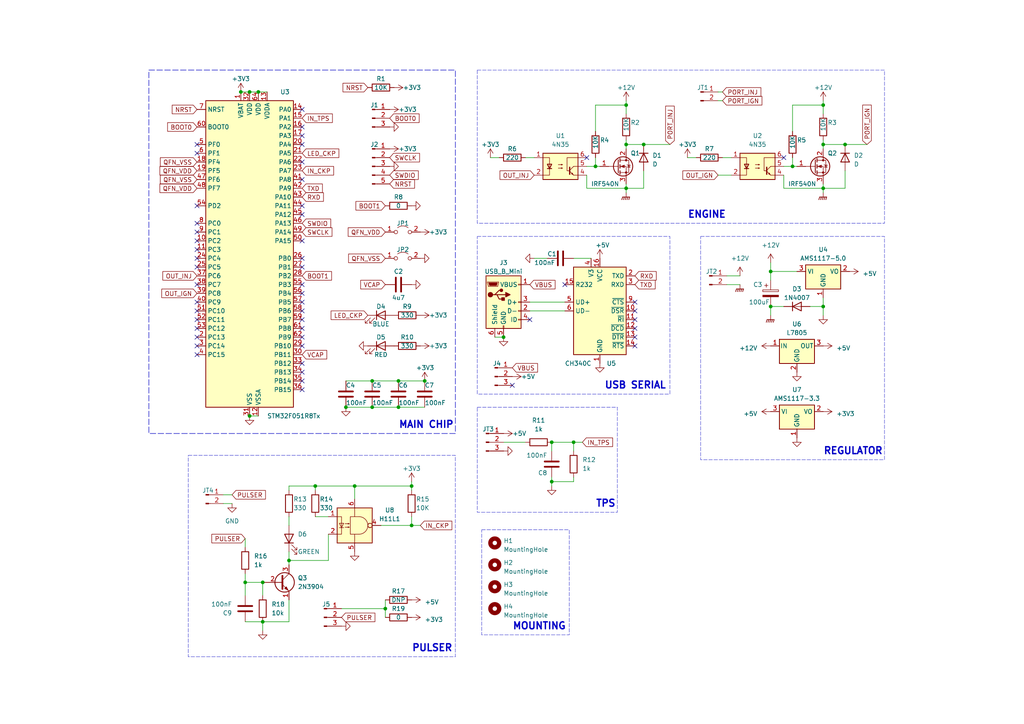
<source format=kicad_sch>
(kicad_sch (version 20230121) (generator eeschema)
  (paper "A4")
  (title_block (title "Custom Engine Control") (date "2023-09-27") (rev "v2") (company "Politeknik Negeri Madiun") (comment 1 "Author: Achmadi ST MT") (comment 2 "PIC: Deni Nur Fauzi ST MT"))
  (lib_symbols
    (symbol "Connector:Conn_01x02_Pin" (pin_names (offset 1.016) hide)
      (property "Reference" "J" (at 0 2.54 0))
      (property "Value" "Conn_01x02_Pin" (at 0 -5.08 0))
      (symbol "Conn_01x02_Pin_1_1"
        (pin passive line (at 5.08 0 180) (length 3.81) (name "Pin_1") (number "1"))
        (pin passive line (at 5.08 -2.54 180) (length 3.81) (name "Pin_2") (number "2"))
      )
    )
    (symbol "Connector:Conn_01x03_Pin" (pin_names (offset 1.016) hide)
      (property "Reference" "J" (at 0 5.08 0))
      (property "Value" "Conn_01x03_Pin" (at 0 -5.08 0))
      (symbol "Conn_01x03_Pin_1_1"
        (pin passive line (at 5.08 2.54 180) (length 3.81) (name "Pin_1") (number "1"))
        (pin passive line (at 5.08 0 180) (length 3.81) (name "Pin_2") (number "2"))
        (pin passive line (at 5.08 -2.54 180) (length 3.81) (name "Pin_3") (number "3"))
      )
    )
    (symbol "Connector:Conn_01x05_Pin" (pin_names (offset 1.016) hide)
      (property "Reference" "J" (at 0 7.62 0))
      (property "Value" "Conn_01x05_Pin" (at 0 -7.62 0))
      (symbol "Conn_01x05_Pin_1_1"
        (pin passive line (at 5.08 5.08 180) (length 3.81) (name "Pin_1") (number "1"))
        (pin passive line (at 5.08 2.54 180) (length 3.81) (name "Pin_2") (number "2"))
        (pin passive line (at 5.08 0 180) (length 3.81) (name "Pin_3") (number "3"))
        (pin passive line (at 5.08 -2.54 180) (length 3.81) (name "Pin_4") (number "4"))
        (pin passive line (at 5.08 -5.08 180) (length 3.81) (name "Pin_5") (number "5"))
      )
    )
    (symbol "Connector:USB_B_Mini" (pin_names (offset 1.016))
      (property "Reference" "J" (at -5.08 11.43 0))
      (property "Value" "USB_B_Mini" (at -5.08 8.89 0))
      (symbol "USB_B_Mini_1_1"
        (pin power_out line (at 7.62 5.08 180) (length 2.54) (name "VBUS") (number "1"))
        (pin bidirectional line (at 7.62 -2.54 180) (length 2.54) (name "D-") (number "2"))
        (pin bidirectional line (at 7.62 0 180) (length 2.54) (name "D+") (number "3"))
        (pin passive line (at 7.62 -5.08 180) (length 2.54) (name "ID") (number "4"))
        (pin power_out line (at 0 -10.16 90) (length 2.54) (name "GND") (number "5"))
        (pin passive line (at -2.54 -10.16 90) (length 2.54) (name "Shield") (number "6"))
      )
    )
    (symbol "Device:C" (pin_numbers hide) (pin_names (offset 0.254))
      (property "Reference" "C" (at 0.635 2.54 0))
      (property "Value" "C" (at 0.635 -2.54 0))
      (symbol "C_1_1"
        (pin passive line (at 0 3.81 270) (length 2.794) (name "~") (number "1"))
        (pin passive line (at 0 -3.81 90) (length 2.794) (name "~") (number "2"))
      )
    )
    (symbol "Device:C_Polarized" (pin_numbers hide) (pin_names (offset 0.254))
      (property "Reference" "C" (at 0.635 2.54 0))
      (property "Value" "C_Polarized" (at 0.635 -2.54 0))
      (symbol "C_Polarized_1_1"
        (pin passive line (at 0 3.81 270) (length 2.794) (name "~") (number "1"))
        (pin passive line (at 0 -3.81 90) (length 2.794) (name "~") (number "2"))
      )
    )
    (symbol "Device:D" (pin_numbers hide) (pin_names (offset 1.016) hide)
      (property "Reference" "D" (at 0 2.54 0))
      (property "Value" "D" (at 0 -2.54 0))
      (symbol "D_1_1"
        (pin passive line (at -3.81 0 0) (length 2.54) (name "K") (number "1"))
        (pin passive line (at 3.81 0 180) (length 2.54) (name "A") (number "2"))
      )
    )
    (symbol "Device:LED" (pin_numbers hide) (pin_names (offset 1.016) hide)
      (property "Reference" "D" (at 0 2.54 0))
      (property "Value" "LED" (at 0 -2.54 0))
      (symbol "LED_1_1"
        (pin passive line (at -3.81 0 0) (length 2.54) (name "K") (number "1"))
        (pin passive line (at 3.81 0 180) (length 2.54) (name "A") (number "2"))
      )
    )
    (symbol "Device:R" (pin_numbers hide) (pin_names (offset 0))
      (property "Reference" "R" (at 2.032 0 90))
      (property "Value" "R" (at 0 0 90))
      (symbol "R_1_1"
        (pin passive line (at 0 3.81 270) (length 1.27) (name "~") (number "1"))
        (pin passive line (at 0 -3.81 90) (length 1.27) (name "~") (number "2"))
      )
    )
    (symbol "Diode:1N4007" (pin_numbers hide) (pin_names hide)
      (property "Reference" "D" (at 0 2.54 0))
      (property "Value" "1N4007" (at 0 -2.54 0))
      (symbol "1N4007_1_1"
        (pin passive line (at -3.81 0 0) (length 2.54) (name "K") (number "1"))
        (pin passive line (at 3.81 0 180) (length 2.54) (name "A") (number "2"))
      )
    )
    (symbol "Interface_USB:CH340C"
      (property "Reference" "U" (at -5.08 13.97 0))
      (property "Value" "CH340C" (at 1.27 13.97 0))
      (symbol "CH340C_1_1"
        (pin power_in line (at 0 -15.24 90) (length 2.54) (name "GND") (number "1"))
        (pin input line (at 10.16 0 180) (length 2.54) (name "~{DSR}") (number "10"))
        (pin input line (at 10.16 -2.54 180) (length 2.54) (name "~{RI}") (number "11"))
        (pin input line (at 10.16 -5.08 180) (length 2.54) (name "~{DCD}") (number "12"))
        (pin output line (at 10.16 -7.62 180) (length 2.54) (name "~{DTR}") (number "13"))
        (pin output line (at 10.16 -10.16 180) (length 2.54) (name "~{RTS}") (number "14"))
        (pin input line (at -10.16 7.62 0) (length 2.54) (name "R232") (number "15"))
        (pin power_in line (at 0 15.24 270) (length 2.54) (name "VCC") (number "16"))
        (pin output line (at 10.16 10.16 180) (length 2.54) (name "TXD") (number "2"))
        (pin input line (at 10.16 7.62 180) (length 2.54) (name "RXD") (number "3"))
        (pin passive line (at -2.54 15.24 270) (length 2.54) (name "V3") (number "4"))
        (pin bidirectional line (at -10.16 2.54 0) (length 2.54) (name "UD+") (number "5"))
        (pin bidirectional line (at -10.16 0 0) (length 2.54) (name "UD-") (number "6"))
        (pin no_connect line (at -7.62 -7.62 0) (length 2.54) hide (name "NC") (number "7"))
        (pin no_connect line (at -7.62 -10.16 0) (length 2.54) hide (name "NC") (number "8"))
        (pin input line (at 10.16 2.54 180) (length 2.54) (name "~{CTS}") (number "9"))
      )
    )
    (symbol "Isolator:4N35" (pin_names (offset 1.016))
      (property "Reference" "U" (at -5.08 5.08 0))
      (property "Value" "4N35" (at 0 5.08 0))
      (symbol "4N35_1_1"
        (pin passive line (at -7.62 2.54 0) (length 2.54) (name "~") (number "1"))
        (pin passive line (at -7.62 -2.54 0) (length 2.54) (name "~") (number "2"))
        (pin no_connect line (at -5.08 0 0) (length 2.54) hide (name "NC") (number "3"))
        (pin passive line (at 7.62 -2.54 180) (length 2.54) (name "~") (number "4"))
        (pin passive line (at 7.62 0 180) (length 2.54) (name "~") (number "5"))
        (pin passive line (at 7.62 2.54 180) (length 2.54) (name "~") (number "6"))
      )
    )
    (symbol "Isolator:H11L1" (pin_names (offset 1.016))
      (property "Reference" "U" (at 1.27 8.89 0))
      (property "Value" "H11L1" (at 1.27 6.35 0))
      (symbol "H11L1_1_1"
        (pin passive line (at -7.62 2.54 0) (length 2.54) (name "~") (number "1"))
        (pin passive line (at -7.62 -2.54 0) (length 2.54) (name "~") (number "2"))
        (pin no_connect line (at -5.08 0 0) (length 2.54) hide (name "~") (number "3"))
        (pin output inverted (at 7.62 0 180) (length 3.81) (name "~") (number "4"))
        (pin power_in line (at 0 -7.62 90) (length 2.54) (name "~") (number "5"))
        (pin power_in line (at 0 7.62 270) (length 2.54) (name "~") (number "6"))
      )
    )
    (symbol "Jumper:Jumper_2_Open" (pin_names (offset 0) hide)
      (property "Reference" "JP" (at 0 2.794 0))
      (property "Value" "Jumper_2_Open" (at 0 -2.286 0))
      (symbol "Jumper_2_Open_1_1"
        (pin passive line (at -5.08 0 0) (length 2.54) (name "A") (number "1"))
        (pin passive line (at 5.08 0 180) (length 2.54) (name "B") (number "2"))
      )
    )
    (symbol "MCU_ST_STM32F0:STM32F051R8Tx"
      (property "Reference" "U" (at -12.7 46.99 0))
      (property "Value" "STM32F051R8Tx" (at 7.62 46.99 0))
      (symbol "STM32F051R8Tx_1_1"
        (pin power_in line (at -2.54 48.26 270) (length 2.54) (name "VBAT") (number "1"))
        (pin bidirectional line (at -15.24 5.08 0) (length 2.54) (name "PC2") (number "10"))
        (pin bidirectional line (at -15.24 2.54 0) (length 2.54) (name "PC3") (number "11"))
        (pin power_in line (at 2.54 -45.72 90) (length 2.54) (name "VSSA") (number "12"))
        (pin power_in line (at 5.08 48.26 270) (length 2.54) (name "VDDA") (number "13"))
        (pin bidirectional line (at 15.24 43.18 180) (length 2.54) (name "PA0") (number "14"))
        (pin bidirectional line (at 15.24 40.64 180) (length 2.54) (name "PA1") (number "15"))
        (pin bidirectional line (at 15.24 38.1 180) (length 2.54) (name "PA2") (number "16"))
        (pin bidirectional line (at 15.24 35.56 180) (length 2.54) (name "PA3") (number "17"))
        (pin bidirectional line (at -15.24 27.94 0) (length 2.54) (name "PF4") (number "18"))
        (pin bidirectional line (at -15.24 25.4 0) (length 2.54) (name "PF5") (number "19"))
        (pin bidirectional line (at -15.24 -22.86 0) (length 2.54) (name "PC13") (number "2"))
        (pin bidirectional line (at 15.24 33.02 180) (length 2.54) (name "PA4") (number "20"))
        (pin bidirectional line (at 15.24 30.48 180) (length 2.54) (name "PA5") (number "21"))
        (pin bidirectional line (at 15.24 27.94 180) (length 2.54) (name "PA6") (number "22"))
        (pin bidirectional line (at 15.24 25.4 180) (length 2.54) (name "PA7") (number "23"))
        (pin bidirectional line (at -15.24 0 0) (length 2.54) (name "PC4") (number "24"))
        (pin bidirectional line (at -15.24 -2.54 0) (length 2.54) (name "PC5") (number "25"))
        (pin bidirectional line (at 15.24 0 180) (length 2.54) (name "PB0") (number "26"))
        (pin bidirectional line (at 15.24 -2.54 180) (length 2.54) (name "PB1") (number "27"))
        (pin bidirectional line (at 15.24 -5.08 180) (length 2.54) (name "PB2") (number "28"))
        (pin bidirectional line (at 15.24 -25.4 180) (length 2.54) (name "PB10") (number "29"))
        (pin bidirectional line (at -15.24 -25.4 0) (length 2.54) (name "PC14") (number "3"))
        (pin bidirectional line (at 15.24 -27.94 180) (length 2.54) (name "PB11") (number "30"))
        (pin power_in line (at 0 -45.72 90) (length 2.54) (name "VSS") (number "31"))
        (pin power_in line (at 0 48.26 270) (length 2.54) (name "VDD") (number "32"))
        (pin bidirectional line (at 15.24 -30.48 180) (length 2.54) (name "PB12") (number "33"))
        (pin bidirectional line (at 15.24 -33.02 180) (length 2.54) (name "PB13") (number "34"))
        (pin bidirectional line (at 15.24 -35.56 180) (length 2.54) (name "PB14") (number "35"))
        (pin bidirectional line (at 15.24 -38.1 180) (length 2.54) (name "PB15") (number "36"))
        (pin bidirectional line (at -15.24 -5.08 0) (length 2.54) (name "PC6") (number "37"))
        (pin bidirectional line (at -15.24 -7.62 0) (length 2.54) (name "PC7") (number "38"))
        (pin bidirectional line (at -15.24 -10.16 0) (length 2.54) (name "PC8") (number "39"))
        (pin bidirectional line (at -15.24 -27.94 0) (length 2.54) (name "PC15") (number "4"))
        (pin bidirectional line (at -15.24 -12.7 0) (length 2.54) (name "PC9") (number "40"))
        (pin bidirectional line (at 15.24 22.86 180) (length 2.54) (name "PA8") (number "41"))
        (pin bidirectional line (at 15.24 20.32 180) (length 2.54) (name "PA9") (number "42"))
        (pin bidirectional line (at 15.24 17.78 180) (length 2.54) (name "PA10") (number "43"))
        (pin bidirectional line (at 15.24 15.24 180) (length 2.54) (name "PA11") (number "44"))
        (pin bidirectional line (at 15.24 12.7 180) (length 2.54) (name "PA12") (number "45"))
        (pin bidirectional line (at 15.24 10.16 180) (length 2.54) (name "PA13") (number "46"))
        (pin bidirectional line (at -15.24 22.86 0) (length 2.54) (name "PF6") (number "47"))
        (pin bidirectional line (at -15.24 20.32 0) (length 2.54) (name "PF7") (number "48"))
        (pin bidirectional line (at 15.24 7.62 180) (length 2.54) (name "PA14") (number "49"))
        (pin bidirectional line (at -15.24 33.02 0) (length 2.54) (name "PF0") (number "5"))
        (pin bidirectional line (at 15.24 5.08 180) (length 2.54) (name "PA15") (number "50"))
        (pin bidirectional line (at -15.24 -15.24 0) (length 2.54) (name "PC10") (number "51"))
        (pin bidirectional line (at -15.24 -17.78 0) (length 2.54) (name "PC11") (number "52"))
        (pin bidirectional line (at -15.24 -20.32 0) (length 2.54) (name "PC12") (number "53"))
        (pin bidirectional line (at -15.24 15.24 0) (length 2.54) (name "PD2") (number "54"))
        (pin bidirectional line (at 15.24 -7.62 180) (length 2.54) (name "PB3") (number "55"))
        (pin bidirectional line (at 15.24 -10.16 180) (length 2.54) (name "PB4") (number "56"))
        (pin bidirectional line (at 15.24 -12.7 180) (length 2.54) (name "PB5") (number "57"))
        (pin bidirectional line (at 15.24 -15.24 180) (length 2.54) (name "PB6") (number "58"))
        (pin bidirectional line (at 15.24 -17.78 180) (length 2.54) (name "PB7") (number "59"))
        (pin bidirectional line (at -15.24 30.48 0) (length 2.54) (name "PF1") (number "6"))
        (pin input line (at -15.24 38.1 0) (length 2.54) (name "BOOT0") (number "60"))
        (pin bidirectional line (at 15.24 -20.32 180) (length 2.54) (name "PB8") (number "61"))
        (pin bidirectional line (at 15.24 -22.86 180) (length 2.54) (name "PB9") (number "62"))
        (pin passive line (at 0 -45.72 90) (length 2.54) hide (name "VSS") (number "63"))
        (pin power_in line (at 2.54 48.26 270) (length 2.54) (name "VDD") (number "64"))
        (pin input line (at -15.24 43.18 0) (length 2.54) (name "NRST") (number "7"))
        (pin bidirectional line (at -15.24 10.16 0) (length 2.54) (name "PC0") (number "8"))
        (pin bidirectional line (at -15.24 7.62 0) (length 2.54) (name "PC1") (number "9"))
      )
    )
    (symbol "Mechanical:MountingHole" (pin_names (offset 1.016))
      (property "Reference" "H" (at 0 5.08 0))
      (property "Value" "MountingHole" (at 0 3.175 0))
    )
    (symbol "Regulator_Linear:AMS1117-3.3"
      (property "Reference" "U" (at -3.81 3.175 0))
      (property "Value" "AMS1117-3.3" (at 0 3.175 0))
      (symbol "AMS1117-3.3_1_1"
        (pin power_in line (at 0 -7.62 90) (length 2.54) (name "GND") (number "1"))
        (pin power_out line (at 7.62 0 180) (length 2.54) (name "VO") (number "2"))
        (pin power_in line (at -7.62 0 0) (length 2.54) (name "VI") (number "3"))
      )
    )
    (symbol "Regulator_Linear:AMS1117-5.0"
      (property "Reference" "U" (at -3.81 3.175 0))
      (property "Value" "AMS1117-5.0" (at 0 3.175 0))
      (symbol "AMS1117-5.0_1_1"
        (pin power_in line (at 0 -7.62 90) (length 2.54) (name "GND") (number "1"))
        (pin power_out line (at 7.62 0 180) (length 2.54) (name "VO") (number "2"))
        (pin power_in line (at -7.62 0 0) (length 2.54) (name "VI") (number "3"))
      )
    )
    (symbol "Regulator_Linear:L7805" (pin_names (offset 0.254))
      (property "Reference" "U" (at -3.81 3.175 0))
      (property "Value" "L7805" (at 0 3.175 0))
      (symbol "L7805_1_1"
        (pin power_in line (at -7.62 0 0) (length 2.54) (name "IN") (number "1"))
        (pin power_in line (at 0 -7.62 90) (length 2.54) (name "GND") (number "2"))
        (pin power_out line (at 7.62 0 180) (length 2.54) (name "OUT") (number "3"))
      )
    )
    (symbol "Transistor_BJT:2N3904" (pin_names (offset 0) hide)
      (property "Reference" "Q" (at 5.08 1.905 0))
      (property "Value" "2N3904" (at 5.08 0 0))
      (symbol "2N3904_1_1"
        (pin passive line (at 2.54 -5.08 90) (length 2.54) (name "E") (number "1"))
        (pin passive line (at -5.08 0 0) (length 5.715) (name "B") (number "2"))
        (pin passive line (at 2.54 5.08 270) (length 2.54) (name "C") (number "3"))
      )
    )
    (symbol "Transistor_FET:IRF540N" (pin_names hide)
      (property "Reference" "Q" (at 6.35 1.905 0))
      (property "Value" "IRF540N" (at 6.35 0 0))
      (symbol "IRF540N_1_1"
        (pin input line (at -5.08 0 0) (length 2.54) (name "G") (number "1"))
        (pin passive line (at 2.54 5.08 270) (length 2.54) (name "D") (number "2"))
        (pin passive line (at 2.54 -5.08 90) (length 2.54) (name "S") (number "3"))
      )
    )
    (symbol "power:+12V" (power) (pin_names (offset 0))
      (property "Value" "+12V" (at 0 3.556 0))
      (symbol "+12V_1_1"
        (pin power_in line (at 0 0 90) (length 0) hide (name "+12V") (number "1"))
      )
    )
    (symbol "power:+3V3" (power) (pin_names (offset 0))
      (property "Value" "+3V3" (at 0 3.556 0))
      (symbol "+3V3_1_1"
        (pin power_in line (at 0 0 90) (length 0) hide (name "+3V3") (number "1"))
      )
    )
    (symbol "power:+5V" (power) (pin_names (offset 0))
      (property "Value" "+5V" (at 0 3.556 0))
      (symbol "+5V_1_1"
        (pin power_in line (at 0 0 90) (length 0) hide (name "+5V") (number "1"))
      )
    )
    (symbol "power:GND" (power) (pin_names (offset 0))
      (property "Value" "GND" (at 0 -3.81 0))
      (symbol "GND_1_1"
        (pin power_in line (at 0 0 270) (length 0) hide (name "GND") (number "1"))
      )
    )
    (symbol "power:GNDPWR" (power) (pin_names (offset 0))
      (property "Value" "GNDPWR" (at 0 -3.302 0))
      (symbol "GNDPWR_1_1"
        (pin power_in line (at 0 0 270) (length 0) hide (name "GNDPWR") (number "1"))
      )
    )
  )
  (junction (at 229.87 48.26))
  (junction (at 146.05 97.79))
  (junction (at 100.33 118.11))
  (junction (at 223.52 78.74))
  (junction (at 181.61 41.91))
  (junction (at 172.72 48.26))
  (junction (at 119.38 152.4))
  (junction (at 91.44 140.97))
  (junction (at 245.11 41.91))
  (junction (at 71.12 168.91))
  (junction (at 160.02 128.27))
  (junction (at 181.61 30.48))
  (junction (at 111.76 176.53))
  (junction (at 160.02 139.7))
  (junction (at 76.2 168.91))
  (junction (at 186.69 41.91))
  (junction (at 107.95 110.49))
  (junction (at 123.19 110.49))
  (junction (at 72.39 26.67))
  (junction (at 107.95 118.11))
  (junction (at 76.2 180.34))
  (junction (at 102.87 140.97))
  (junction (at 238.76 88.9))
  (junction (at 238.76 54.61))
  (junction (at 238.76 30.48))
  (junction (at 115.57 110.49))
  (junction (at 166.37 128.27))
  (junction (at 83.82 162.56))
  (junction (at 238.76 41.91))
  (junction (at 115.57 118.11))
  (junction (at 72.39 120.65))
  (junction (at 223.52 88.9))
  (junction (at 181.61 54.61))
  (junction (at 119.38 140.97))
  (junction (at 69.85 26.67))
  (junction (at 74.93 26.67))
  (no_connect (at 87.63 46.99))
  (no_connect (at 87.63 52.07))
  (no_connect (at 57.15 44.45))
  (no_connect (at 57.15 72.39))
  (no_connect (at 57.15 90.17))
  (no_connect (at 87.63 74.93))
  (no_connect (at 148.59 111.76))
  (no_connect (at 87.63 39.37))
  (no_connect (at 153.67 92.71))
  (no_connect (at 87.63 100.33))
  (no_connect (at 57.15 102.87))
  (no_connect (at 87.63 95.25))
  (no_connect (at 184.15 97.79))
  (no_connect (at 57.15 67.31))
  (no_connect (at 87.63 31.75))
  (no_connect (at 57.15 41.91))
  (no_connect (at 87.63 113.03))
  (no_connect (at 57.15 59.69))
  (no_connect (at 184.15 95.25))
  (no_connect (at 57.15 100.33))
  (no_connect (at 184.15 100.33))
  (no_connect (at 87.63 82.55))
  (no_connect (at 57.15 64.77))
  (no_connect (at 184.15 90.17))
  (no_connect (at 87.63 69.85))
  (no_connect (at 87.63 92.71))
  (no_connect (at 57.15 95.25))
  (no_connect (at 163.83 82.55))
  (no_connect (at 87.63 59.69))
  (no_connect (at 184.15 92.71))
  (no_connect (at 87.63 97.79))
  (no_connect (at 87.63 85.09))
  (no_connect (at 57.15 97.79))
  (no_connect (at 227.33 45.72))
  (no_connect (at 87.63 62.23))
  (no_connect (at 87.63 105.41))
  (no_connect (at 87.63 77.47))
  (no_connect (at 87.63 90.17))
  (no_connect (at 184.15 87.63))
  (no_connect (at 87.63 87.63))
  (no_connect (at 87.63 107.95))
  (no_connect (at 170.18 45.72))
  (no_connect (at 87.63 36.83))
  (no_connect (at 57.15 87.63))
  (no_connect (at 57.15 69.85))
  (no_connect (at 57.15 77.47))
  (no_connect (at 57.15 82.55))
  (no_connect (at 57.15 92.71))
  (no_connect (at 57.15 74.93))
  (no_connect (at 87.63 110.49))
  (no_connect (at 87.63 41.91))
  (wire (pts (xy 223.52 76.2) (xy 223.52 78.74)))
  (wire (pts (xy 170.18 48.26) (xy 172.72 48.26)))
  (wire (pts (xy 181.61 40.64) (xy 181.61 41.91)))
  (wire (pts (xy 229.87 30.48) (xy 238.76 30.48)))
  (wire (pts (xy 119.38 139.7) (xy 119.38 140.97)))
  (wire (pts (xy 119.38 140.97) (xy 119.38 142.24)))
  (wire (pts (xy 83.82 160.02) (xy 83.82 162.56)))
  (wire (pts (xy 181.61 55.88) (xy 181.61 54.61)))
  (wire (pts (xy 100.33 118.11) (xy 107.95 118.11)))
  (wire (pts (xy 102.87 140.97) (xy 119.38 140.97)))
  (wire (pts (xy 83.82 142.24) (xy 83.82 140.97)))
  (wire (pts (xy 208.28 29.21) (xy 209.55 29.21)))
  (wire (pts (xy 71.12 172.72) (xy 71.12 168.91)))
  (wire (pts (xy 166.37 74.93) (xy 171.45 74.93)))
  (wire (pts (xy 227.33 48.26) (xy 229.87 48.26)))
  (wire (pts (xy 74.93 26.67) (xy 77.47 26.67)))
  (wire (pts (xy 111.76 173.99) (xy 111.76 176.53)))
  (wire (pts (xy 142.24 45.72) (xy 144.78 45.72)))
  (wire (pts (xy 238.76 41.91) (xy 245.11 41.91)))
  (wire (pts (xy 210.82 82.55) (xy 214.63 82.55)))
  (wire (pts (xy 186.69 41.91) (xy 194.31 41.91)))
  (wire (pts (xy 95.25 162.56) (xy 95.25 154.94)))
  (wire (pts (xy 181.61 29.21) (xy 181.61 30.48)))
  (wire (pts (xy 238.76 41.91) (xy 238.76 43.18)))
  (wire (pts (xy 234.95 88.9) (xy 238.76 88.9)))
  (wire (pts (xy 231.14 78.74) (xy 223.52 78.74)))
  (wire (pts (xy 238.76 53.34) (xy 238.76 54.61)))
  (wire (pts (xy 119.38 149.86) (xy 119.38 152.4)))
  (wire (pts (xy 170.18 54.61) (xy 181.61 54.61)))
  (wire (pts (xy 245.11 49.53) (xy 245.11 54.61)))
  (wire (pts (xy 186.69 49.53) (xy 186.69 54.61)))
  (wire (pts (xy 119.38 152.4) (xy 121.92 152.4)))
  (wire (pts (xy 71.12 166.37) (xy 71.12 168.91)))
  (wire (pts (xy 199.39 45.72) (xy 201.93 45.72)))
  (wire (pts (xy 238.76 29.21) (xy 238.76 30.48)))
  (wire (pts (xy 83.82 173.99) (xy 83.82 180.34)))
  (wire (pts (xy 229.87 45.72) (xy 229.87 48.26)))
  (wire (pts (xy 181.61 30.48) (xy 181.61 33.02)))
  (wire (pts (xy 111.76 176.53) (xy 111.76 179.07)))
  (wire (pts (xy 102.87 144.78) (xy 102.87 140.97)))
  (wire (pts (xy 238.76 30.48) (xy 238.76 33.02)))
  (wire (pts (xy 115.57 110.49) (xy 123.19 110.49)))
  (wire (pts (xy 245.11 41.91) (xy 251.46 41.91)))
  (wire (pts (xy 223.52 88.9) (xy 227.33 88.9)))
  (wire (pts (xy 153.67 90.17) (xy 163.83 90.17)))
  (wire (pts (xy 186.69 54.61) (xy 181.61 54.61)))
  (wire (pts (xy 115.57 118.11) (xy 123.19 118.11)))
  (wire (pts (xy 160.02 139.7) (xy 160.02 140.97)))
  (wire (pts (xy 91.44 142.24) (xy 91.44 140.97)))
  (wire (pts (xy 71.12 180.34) (xy 76.2 180.34)))
  (wire (pts (xy 64.77 143.51) (xy 67.31 143.51)))
  (wire (pts (xy 209.55 45.72) (xy 212.09 45.72)))
  (wire (pts (xy 229.87 48.26) (xy 231.14 48.26)))
  (wire (pts (xy 181.61 53.34) (xy 181.61 54.61)))
  (wire (pts (xy 208.28 26.67) (xy 209.55 26.67)))
  (wire (pts (xy 71.12 156.21) (xy 71.12 158.75)))
  (wire (pts (xy 170.18 50.8) (xy 170.18 54.61)))
  (wire (pts (xy 91.44 140.97) (xy 102.87 140.97)))
  (wire (pts (xy 245.11 54.61) (xy 238.76 54.61)))
  (wire (pts (xy 227.33 54.61) (xy 238.76 54.61)))
  (wire (pts (xy 166.37 128.27) (xy 168.91 128.27)))
  (wire (pts (xy 83.82 140.97) (xy 91.44 140.97)))
  (wire (pts (xy 210.82 80.01) (xy 214.63 80.01)))
  (wire (pts (xy 172.72 45.72) (xy 172.72 48.26)))
  (wire (pts (xy 208.28 50.8) (xy 212.09 50.8)))
  (wire (pts (xy 227.33 50.8) (xy 227.33 54.61)))
  (wire (pts (xy 238.76 54.61) (xy 238.76 55.88)))
  (wire (pts (xy 107.95 110.49) (xy 115.57 110.49)))
  (wire (pts (xy 99.06 176.53) (xy 111.76 176.53)))
  (wire (pts (xy 91.44 149.86) (xy 95.25 149.86)))
  (wire (pts (xy 153.67 87.63) (xy 163.83 87.63)))
  (wire (pts (xy 76.2 168.91) (xy 76.2 172.72)))
  (wire (pts (xy 83.82 163.83) (xy 83.82 162.56)))
  (wire (pts (xy 223.52 88.9) (xy 223.52 91.44)))
  (wire (pts (xy 166.37 130.81) (xy 166.37 128.27)))
  (wire (pts (xy 64.77 146.05) (xy 67.31 146.05)))
  (wire (pts (xy 238.76 86.36) (xy 238.76 88.9)))
  (wire (pts (xy 181.61 41.91) (xy 186.69 41.91)))
  (wire (pts (xy 71.12 168.91) (xy 76.2 168.91)))
  (wire (pts (xy 229.87 38.1) (xy 229.87 30.48)))
  (wire (pts (xy 83.82 180.34) (xy 76.2 180.34)))
  (wire (pts (xy 166.37 138.43) (xy 166.37 139.7)))
  (wire (pts (xy 83.82 162.56) (xy 95.25 162.56)))
  (wire (pts (xy 143.51 97.79) (xy 146.05 97.79)))
  (wire (pts (xy 72.39 120.65) (xy 74.93 120.65)))
  (wire (pts (xy 166.37 128.27) (xy 160.02 128.27)))
  (wire (pts (xy 166.37 139.7) (xy 160.02 139.7)))
  (wire (pts (xy 107.95 118.11) (xy 115.57 118.11)))
  (wire (pts (xy 238.76 88.9) (xy 238.76 91.44)))
  (wire (pts (xy 160.02 138.43) (xy 160.02 139.7)))
  (wire (pts (xy 238.76 40.64) (xy 238.76 41.91)))
  (wire (pts (xy 160.02 128.27) (xy 160.02 130.81)))
  (wire (pts (xy 146.05 128.27) (xy 152.4 128.27)))
  (wire (pts (xy 72.39 26.67) (xy 74.93 26.67)))
  (wire (pts (xy 69.85 26.67) (xy 72.39 26.67)))
  (wire (pts (xy 172.72 38.1) (xy 172.72 30.48)))
  (wire (pts (xy 223.52 78.74) (xy 223.52 81.28)))
  (wire (pts (xy 110.49 152.4) (xy 119.38 152.4)))
  (wire (pts (xy 154.94 74.93) (xy 158.75 74.93)))
  (wire (pts (xy 100.33 110.49) (xy 107.95 110.49)))
  (wire (pts (xy 172.72 48.26) (xy 173.99 48.26)))
  (wire (pts (xy 172.72 30.48) (xy 181.61 30.48)))
  (wire (pts (xy 152.4 45.72) (xy 154.94 45.72)))
  (wire (pts (xy 76.2 180.34) (xy 76.2 182.88)))
  (wire (pts (xy 181.61 41.91) (xy 181.61 43.18)))
  (wire (pts (xy 83.82 149.86) (xy 83.82 152.4)))
  (rectangle (start 54.61 132.08) (end 132.08 190.5) (stroke (width 0.1) (type dash)))
  (rectangle (start 203.2 68.58) (end 256.54 133.35) (stroke (width 0.1) (type dash)))
  (rectangle (start 139.7 153.67) (end 165.1 184.15) (stroke (width 0.1) (type dash)))
  (rectangle (start 138.43 68.58) (end 194.31 114.3) (stroke (width 0.1) (type dash)))
  (rectangle (start 138.43 118.11) (end 179.07 148.59) (stroke (width 0.1) (type dash)))
  (rectangle (start 138.43 20.32) (end 256.54 64.77) (stroke (width 0.1) (type dash)))
  (rectangle (start 43.18 20.32) (end 132.08 125.73) (stroke (width 0) (type dash)))
  (text "REGULATOR\n" (at 238.76 132.08 0) (effects (font (size 2 2) bold) (justify left bottom)))
  (text "ENGINE\n" (at 199.39 63.5 0) (effects (font (size 2 2) bold) (justify left bottom)))
  (text "MAIN CHIP" (at 115.57 124.46 0) (effects (font (size 2 2) (thickness 0.4) bold) (justify left bottom)))
  (text "TPS" (at 172.72 147.32 0) (effects (font (size 2 2) bold) (justify left bottom)))
  (text "PULSER\n" (at 119.38 189.23 0) (effects (font (size 2 2) bold) (justify left bottom)))
  (text "MOUNTING" (at 148.59 182.88 0) (effects (font (size 2 2) bold) (justify left bottom)))
  (text "USB SERIAL" (at 175.26 113.03 0) (effects (font (size 2 2) bold) (justify left bottom)))
  (global_label "OUT_IGN" (shape input) (at 57.15 85.09 180) (property "Intersheetrefs" "${INTERSHEET_REFS}" (effects hide)))
  (global_label "TXD" (shape input) (at 184.15 82.55 0) (property "Intersheetrefs" "${INTERSHEET_REFS}" (effects hide)))
  (global_label "LED_CKP" (shape input) (at 87.63 44.45 0) (property "Intersheetrefs" "${INTERSHEET_REFS}" (effects hide)))
  (global_label "QFN_VDD" (shape input) (at 111.76 67.31 180) (property "Intersheetrefs" "${INTERSHEET_REFS}" (effects hide)))
  (global_label "QFN_VSS" (shape input) (at 57.15 46.99 180) (property "Intersheetrefs" "${INTERSHEET_REFS}" (effects hide)))
  (global_label "QFN_VDD" (shape input) (at 57.15 49.53 180) (property "Intersheetrefs" "${INTERSHEET_REFS}" (effects hide)))
  (global_label "PULSER" (shape input) (at 71.12 156.21 180) (property "Intersheetrefs" "${INTERSHEET_REFS}" (effects hide)))
  (global_label "TXD" (shape input) (at 87.63 54.61 0) (property "Intersheetrefs" "${INTERSHEET_REFS}" (effects hide)))
  (global_label "PULSER" (shape input) (at 67.31 143.51 0) (property "Intersheetrefs" "${INTERSHEET_REFS}" (effects hide)))
  (global_label "VBUS" (shape input) (at 153.67 82.55 0) (property "Intersheetrefs" "${INTERSHEET_REFS}" (effects hide)))
  (global_label "IN_CKP" (shape input) (at 87.63 49.53 0) (property "Intersheetrefs" "${INTERSHEET_REFS}" (effects hide)))
  (global_label "BOOT1" (shape input) (at 111.76 59.69 180) (property "Intersheetrefs" "${INTERSHEET_REFS}" (effects hide)))
  (global_label "QFN_VSS" (shape input) (at 57.15 52.07 180) (property "Intersheetrefs" "${INTERSHEET_REFS}" (effects hide)))
  (global_label "LED_CKP" (shape input) (at 106.68 91.44 180) (property "Intersheetrefs" "${INTERSHEET_REFS}" (effects hide)))
  (global_label "RXD" (shape input) (at 184.15 80.01 0) (property "Intersheetrefs" "${INTERSHEET_REFS}" (effects hide)))
  (global_label "NRST" (shape input) (at 113.03 53.34 0) (property "Intersheetrefs" "${INTERSHEET_REFS}" (effects hide)))
  (global_label "BOOT1" (shape input) (at 87.63 80.01 0) (property "Intersheetrefs" "${INTERSHEET_REFS}" (effects hide)))
  (global_label "PULSER" (shape input) (at 99.06 179.07 0) (property "Intersheetrefs" "${INTERSHEET_REFS}" (effects hide)))
  (global_label "SWCLK" (shape input) (at 87.63 67.31 0) (property "Intersheetrefs" "${INTERSHEET_REFS}" (effects hide)))
  (global_label "PORT_INJ" (shape input) (at 194.31 41.91 90) (property "Intersheetrefs" "${INTERSHEET_REFS}" (effects hide)))
  (global_label "BOOT0" (shape input) (at 57.15 36.83 180) (property "Intersheetrefs" "${INTERSHEET_REFS}" (effects hide)))
  (global_label "QFN_VDD" (shape input) (at 57.15 54.61 180) (property "Intersheetrefs" "${INTERSHEET_REFS}" (effects hide)))
  (global_label "SWDIO" (shape input) (at 87.63 64.77 0) (property "Intersheetrefs" "${INTERSHEET_REFS}" (effects hide)))
  (global_label "SWDIO" (shape input) (at 113.03 50.8 0) (property "Intersheetrefs" "${INTERSHEET_REFS}" (effects hide)))
  (global_label "PORT_IGN" (shape input) (at 251.46 41.91 90) (property "Intersheetrefs" "${INTERSHEET_REFS}" (effects hide)))
  (global_label "VCAP" (shape input) (at 111.76 82.55 180) (property "Intersheetrefs" "${INTERSHEET_REFS}" (effects hide)))
  (global_label "RXD" (shape input) (at 87.63 57.15 0) (property "Intersheetrefs" "${INTERSHEET_REFS}" (effects hide)))
  (global_label "PORT_IGN" (shape input) (at 209.55 29.21 0) (property "Intersheetrefs" "${INTERSHEET_REFS}" (effects hide)))
  (global_label "OUT_IGN" (shape input) (at 208.28 50.8 180) (property "Intersheetrefs" "${INTERSHEET_REFS}" (effects hide)))
  (global_label "VCAP" (shape input) (at 87.63 102.87 0) (property "Intersheetrefs" "${INTERSHEET_REFS}" (effects hide)))
  (global_label "BOOT0" (shape input) (at 113.03 34.29 0) (property "Intersheetrefs" "${INTERSHEET_REFS}" (effects hide)))
  (global_label "NRST" (shape input) (at 57.15 31.75 180) (property "Intersheetrefs" "${INTERSHEET_REFS}" (effects hide)))
  (global_label "OUT_INJ" (shape input) (at 57.15 80.01 180) (property "Intersheetrefs" "${INTERSHEET_REFS}" (effects hide)))
  (global_label "IN_CKP" (shape input) (at 121.92 152.4 0) (property "Intersheetrefs" "${INTERSHEET_REFS}" (effects hide)))
  (global_label "SWCLK" (shape input) (at 113.03 45.72 0) (property "Intersheetrefs" "${INTERSHEET_REFS}" (effects hide)))
  (global_label "VBUS" (shape input) (at 148.59 106.68 0) (property "Intersheetrefs" "${INTERSHEET_REFS}" (effects hide)))
  (global_label "PORT_INJ" (shape input) (at 209.55 26.67 0) (property "Intersheetrefs" "${INTERSHEET_REFS}" (effects hide)))
  (global_label "OUT_INJ" (shape input) (at 154.94 50.8 180) (property "Intersheetrefs" "${INTERSHEET_REFS}" (effects hide)))
  (global_label "IN_TPS" (shape input) (at 87.63 34.29 0) (property "Intersheetrefs" "${INTERSHEET_REFS}" (effects hide)))
  (global_label "IN_TPS" (shape input) (at 168.91 128.27 0) (property "Intersheetrefs" "${INTERSHEET_REFS}" (effects hide)))
  (global_label "NRST" (shape input) (at 106.68 25.4 180) (property "Intersheetrefs" "${INTERSHEET_REFS}" (effects hide)))
  (global_label "QFN_VSS" (shape input) (at 111.76 74.93 180) (property "Intersheetrefs" "${INTERSHEET_REFS}" (effects hide)))
  (symbol (lib_id "Device:D") (at 186.69 45.72 270) (unit 1)
    (property "Reference" "D1" (at 189.23 45.085 90) (effects (justify left)))
    (property "Value" "D" (at 189.23 47.625 90) (effects (justify left)))
    (property "Footprint" "Diode_THT:D_DO-15_P10.16mm_Horizontal" (effects hide))
    (property "Sim.Device" "D" (effects hide))
    (property "Sim.Pins" "1=K 2=A" (effects hide))
  )
  (symbol (lib_id "Device:R") (at 91.44 146.05 0) (unit 1)
    (property "Reference" "R14" (at 92.71 144.78 0) (effects (justify left)))
    (property "Value" "330" (at 92.71 147.32 0) (effects (justify left)))
    (property "Footprint" "Resistor_SMD:R_0805_2012Metric_Pad1.20x1.40mm_HandSolder" (effects hide))
  )
  (symbol (lib_id "power:GND") (at 113.03 48.26 90) (unit 1)
    (property "Reference" "#PWR010" (effects hide))
    (property "Value" "GND" (effects hide))
  )
  (symbol (lib_id "power:+5V") (at 246.38 78.74 270) (unit 1)
    (property "Reference" "#PWR019" (effects hide))
    (property "Value" "+5V" (at 250.19 79.375 90) (effects (justify left)))
  )
  (symbol (lib_id "power:GND") (at 238.76 91.44 0) (unit 1)
    (property "Reference" "#PWR025" (effects hide))
    (property "Value" "GND" (effects hide))
  )
  (symbol (lib_id "Device:C") (at 162.56 74.93 270) (unit 1)
    (property "Reference" "C1" (at 158.75 73.66 90) (effects (justify left)))
    (property "Value" "100nF" (at 154.94 76.2 90) (effects (justify left)))
    (property "Footprint" "Capacitor_SMD:C_0805_2012Metric_Pad1.18x1.45mm_HandSolder" (effects hide))
  )
  (symbol (lib_id "power:GND") (at 119.38 59.69 90) (unit 1)
    (property "Reference" "#PWR013" (effects hide))
    (property "Value" "GND" (effects hide))
  )
  (symbol (lib_id "Device:R") (at 76.2 176.53 0) (unit 1)
    (property "Reference" "R18" (at 78.74 175.2599 0) (effects (justify left)))
    (property "Value" "10k" (at 78.74 177.7999 0) (effects (justify left)))
    (property "Footprint" "Resistor_SMD:R_0805_2012Metric_Pad1.20x1.40mm_HandSolder" (effects hide))
  )
  (symbol (lib_id "Connector:Conn_01x03_Pin") (at 143.51 109.22 0) (unit 1)
    (property "Reference" "J4" (at 144.145 105.41 0))
    (property "Value" "Conn_01x03_Pin" (effects hide))
    (property "Footprint" "Connector_PinHeader_2.54mm:PinHeader_1x03_P2.54mm_Vertical" (effects hide))
  )
  (symbol (lib_id "power:+3V3") (at 121.92 91.44 270) (unit 1)
    (property "Reference" "#PWR023" (effects hide))
    (property "Value" "+3V3" (at 124.46 91.44 90) (effects (justify left)))
  )
  (symbol (lib_id "power:GND") (at 231.14 127 0) (unit 1)
    (property "Reference" "#PWR040" (effects hide))
    (property "Value" "GND" (effects hide))
  )
  (symbol (lib_id "Device:C") (at 115.57 82.55 90) (unit 1)
    (property "Reference" "C2" (at 115.57 78.74 90))
    (property "Value" "4u7" (at 115.57 86.36 90))
    (property "Footprint" "Capacitor_SMD:C_0805_2012Metric_Pad1.18x1.45mm_HandSolder" (effects hide))
  )
  (symbol (lib_id "Device:C") (at 123.19 114.3 0) (unit 1)
    (property "Reference" "C7" (at 123.19 111.76 0) (effects (justify left)))
    (property "Value" "100nF" (at 123.19 116.84 0) (effects (justify left)))
    (property "Footprint" "Capacitor_SMD:C_0805_2012Metric_Pad1.18x1.45mm_HandSolder" (effects hide))
  )
  (symbol (lib_id "power:GND") (at 67.31 146.05 0) (unit 1)
    (property "Reference" "#PWR044" (effects hide))
    (property "Value" "GND" (at 67.31 151.13 0))
  )
  (symbol (lib_id "Device:R") (at 71.12 162.56 0) (unit 1)
    (property "Reference" "R16" (at 73.66 161.2899 0) (effects (justify left)))
    (property "Value" "1k" (at 73.66 163.8299 0) (effects (justify left)))
    (property "Footprint" "Resistor_SMD:R_0805_2012Metric_Pad1.20x1.40mm_HandSolder" (effects hide))
  )
  (symbol (lib_id "power:GNDPWR") (at 223.52 91.44 0) (unit 1)
    (property "Reference" "#PWR024" (effects hide))
    (property "Value" "GNDPWR" (effects hide))
  )
  (symbol (lib_id "power:GND") (at 113.03 36.83 90) (unit 1)
    (property "Reference" "#PWR06" (effects hide))
    (property "Value" "GND" (effects hide))
  )
  (symbol (lib_id "power:+3V3") (at 113.03 31.75 270) (unit 1)
    (property "Reference" "#PWR05" (effects hide))
    (property "Value" "+3V3" (at 115.57 31.75 90) (effects (justify left)))
  )
  (symbol (lib_id "power:+5V") (at 146.05 125.73 270) (unit 1)
    (property "Reference" "#PWR039" (effects hide))
    (property "Value" "+5V" (at 148.59 125.73 90) (effects (justify left)))
  )
  (symbol (lib_id "Regulator_Linear:L7805") (at 231.14 100.33 0) (unit 1)
    (property "Reference" "U6" (at 231.14 93.98 0))
    (property "Value" "L7805" (at 231.14 96.52 0))
    (property "Footprint" "Package_TO_SOT_THT:TO-220-3_Vertical" (effects hide))
    (property "Datasheet" "http://www.st.com/content/ccc/resource/technical/document/datasheet/41/4f/b3/b0/12/d4/47/88/CD00000444.pdf/files/CD00000444.pdf/jcr:content/translations/en.CD00000444.pdf" (effects hide))
  )
  (symbol (lib_id "Isolator:H11L1") (at 102.87 152.4 0) (unit 1)
    (property "Reference" "U8" (at 113.03 147.955 0))
    (property "Value" "H11L1" (at 113.03 150.495 0))
    (property "Footprint" "Package_DIP:DIP-6_W7.62mm" (effects hide))
    (property "Datasheet" "https://www.onsemi.com/pub/Collateral/H11L3M-D.PDF" (effects hide))
  )
  (symbol (lib_id "Device:C") (at 100.33 114.3 0) (unit 1)
    (property "Reference" "C4" (at 100.33 111.76 0) (effects (justify left)))
    (property "Value" "100nF" (at 100.33 116.84 0) (effects (justify left)))
    (property "Footprint" "Capacitor_SMD:C_0805_2012Metric_Pad1.18x1.45mm_HandSolder" (effects hide))
  )
  (symbol (lib_id "Device:R") (at 119.38 146.05 0) (unit 1)
    (property "Reference" "R15" (at 120.65 144.78 0) (effects (justify left)))
    (property "Value" "10K" (at 120.65 147.32 0) (effects (justify left)))
    (property "Footprint" "Resistor_SMD:R_0805_2012Metric_Pad1.20x1.40mm_HandSolder" (effects hide))
  )
  (symbol (lib_id "Device:R") (at 115.57 59.69 90) (unit 1)
    (property "Reference" "R8" (at 115.57 57.15 90))
    (property "Value" "0" (at 115.57 59.69 90))
    (property "Footprint" "Resistor_SMD:R_0805_2012Metric_Pad1.20x1.40mm_HandSolder" (effects hide))
  )
  (symbol (lib_id "Jumper:Jumper_2_Open") (at 116.84 67.31 0) (unit 1)
    (property "Reference" "JP1" (at 116.84 64.77 0))
    (property "Value" "Jumper_2_Open" (effects hide))
    (property "Footprint" "Jumper:SolderJumper-2_P1.3mm_Open_RoundedPad1.0x1.5mm" (effects hide))
  )
  (symbol (lib_id "Device:D") (at 245.11 45.72 270) (unit 1)
    (property "Reference" "D2" (at 247.65 45.085 90) (effects (justify left)))
    (property "Value" "D" (at 247.65 47.625 90) (effects (justify left)))
    (property "Footprint" "Diode_THT:D_DO-15_P10.16mm_Horizontal" (effects hide))
    (property "Sim.Device" "D" (effects hide))
    (property "Sim.Pins" "1=K 2=A" (effects hide))
  )
  (symbol (lib_id "power:GND") (at 160.02 140.97 0) (unit 1)
    (property "Reference" "#PWR043" (effects hide))
    (property "Value" "GND" (effects hide))
  )
  (symbol (lib_id "Isolator:4N35") (at 219.71 48.26 0) (unit 1)
    (property "Reference" "U2" (at 219.71 39.37 0))
    (property "Value" "4N35" (at 219.71 41.91 0))
    (property "Footprint" "Package_DIP:DIP-6_W7.62mm" (effects hide))
    (property "Datasheet" "https://www.vishay.com/docs/81181/4n35.pdf" (effects hide))
  )
  (symbol (lib_id "Connector:Conn_01x02_Pin") (at 59.69 143.51 0) (unit 1)
    (property "Reference" "JT4" (at 60.325 142.24 0))
    (property "Value" "Conn_01x02_Pin" (effects hide))
    (property "Footprint" "TerminalBlock:TerminalBlock_Altech_AK300-2_P5.00mm" (effects hide))
  )
  (symbol (lib_id "power:+3V3") (at 238.76 119.38 270) (unit 1)
    (property "Reference" "#PWR037" (effects hide))
    (property "Value" "+3V3" (at 242.57 120.015 90) (effects (justify left)))
  )
  (symbol (lib_id "Mechanical:MountingHole") (at 143.51 170.18 0) (unit 1)
    (property "Reference" "H3" (at 146.05 169.545 0) (effects (justify left)))
    (property "Value" "MountingHole" (at 146.05 172.085 0) (effects (justify left)))
    (property "Footprint" "MountingHole:MountingHole_2.2mm_M2" (effects hide))
  )
  (symbol (lib_id "Device:R") (at 115.57 173.99 90) (unit 1)
    (property "Reference" "R17" (at 115.57 171.45 90))
    (property "Value" "DNP" (at 115.57 173.99 90))
    (property "Footprint" "Resistor_SMD:R_0805_2012Metric_Pad1.20x1.40mm_HandSolder" (effects hide))
  )
  (symbol (lib_id "power:+5V") (at 223.52 119.38 90) (unit 1)
    (property "Reference" "#PWR036" (effects hide))
    (property "Value" "+5V" (at 219.71 120.015 90) (effects (justify left)))
  )
  (symbol (lib_id "power:+5V") (at 119.38 173.99 270) (unit 1)
    (property "Reference" "#PWR046" (effects hide))
    (property "Value" "+5V" (at 123.19 174.625 90) (effects (justify left)))
  )
  (symbol (lib_id "Mechanical:MountingHole") (at 143.51 157.48 0) (unit 1)
    (property "Reference" "H1" (at 146.05 156.845 0) (effects (justify left)))
    (property "Value" "MountingHole" (at 146.05 159.385 0) (effects (justify left)))
    (property "Footprint" "MountingHole:MountingHole_2.2mm_M2" (effects hide))
  )
  (symbol (lib_id "Device:C") (at 107.95 114.3 0) (unit 1)
    (property "Reference" "C5" (at 107.95 111.76 0) (effects (justify left)))
    (property "Value" "100nF" (at 107.95 116.84 0) (effects (justify left)))
    (property "Footprint" "Capacitor_SMD:C_0805_2012Metric_Pad1.18x1.45mm_HandSolder" (effects hide))
  )
  (symbol (lib_id "power:GNDPWR") (at 238.76 55.88 0) (unit 1)
    (property "Reference" "#PWR012" (effects hide))
    (property "Value" "GNDPWR" (effects hide))
  )
  (symbol (lib_id "Interface_USB:CH340C") (at 173.99 90.17 0) (unit 1)
    (property "Reference" "U5" (at 175.9459 105.41 0) (effects (justify left)))
    (property "Value" "CH340C" (at 163.83 105.41 0) (effects (justify left)))
    (property "Footprint" "Package_SO:SOIC-16_3.9x9.9mm_P1.27mm" (effects hide))
    (property "Datasheet" "https://datasheet.lcsc.com/szlcsc/Jiangsu-Qin-Heng-CH340C_C84681.pdf" (effects hide))
  )
  (symbol (lib_id "MCU_ST_STM32F0:STM32F051R8Tx") (at 72.39 74.93 0) (unit 1)
    (property "Reference" "U3" (at 81.28 26.67 0) (effects (justify left)))
    (property "Value" "STM32F051R8Tx" (at 77.47 120.65 0) (effects (justify left)))
    (property "Footprint" "Package_QFP:LQFP-64_10x10mm_P0.5mm" (effects hide))
    (property "Datasheet" "https://www.st.com/resource/en/datasheet/stm32f051r8.pdf" (effects hide))
  )
  (symbol (lib_id "Device:LED") (at 83.82 156.21 90) (unit 1)
    (property "Reference" "D6" (at 86.36 154.94 90) (effects (justify right)))
    (property "Value" "GREEN" (at 86.36 160.02 90) (effects (justify right)))
    (property "Footprint" "LED_SMD:LED_0805_2012Metric_Pad1.15x1.40mm_HandSolder" (effects hide))
  )
  (symbol (lib_id "Device:R") (at 118.11 91.44 90) (unit 1)
    (property "Reference" "R9" (at 118.11 88.9 90))
    (property "Value" "330" (at 118.11 91.44 90))
    (property "Footprint" "Resistor_SMD:R_0805_2012Metric_Pad1.20x1.40mm_HandSolder" (effects hide))
  )
  (symbol (lib_id "power:+3V3") (at 119.38 139.7 0) (unit 1)
    (property "Reference" "#PWR042" (effects hide))
    (property "Value" "+3V3" (at 119.38 135.89 0))
  )
  (symbol (lib_id "power:GND") (at 173.99 105.41 0) (unit 1)
    (property "Reference" "#PWR031" (effects hide))
    (property "Value" "GND" (effects hide))
  )
  (symbol (lib_id "power:+3V3") (at 121.92 67.31 270) (unit 1)
    (property "Reference" "#PWR014" (effects hide))
    (property "Value" "+3V3" (at 124.46 67.31 90) (effects (justify left)))
  )
  (symbol (lib_id "power:+12V") (at 223.52 76.2 0) (unit 1)
    (property "Reference" "#PWR018" (effects hide))
    (property "Value" "+12V" (at 223.52 71.12 0))
  )
  (symbol (lib_id "power:+3V3") (at 142.24 45.72 0) (unit 1)
    (property "Reference" "#PWR08" (effects hide))
    (property "Value" "+3V3" (at 142.24 41.91 0))
  )
  (symbol (lib_id "power:GND") (at 100.33 118.11 0) (unit 1)
    (property "Reference" "#PWR035" (effects hide))
    (property "Value" "GND" (effects hide))
  )
  (symbol (lib_id "Connector:Conn_01x05_Pin") (at 107.95 48.26 0) (unit 1)
    (property "Reference" "J2" (at 108.585 41.91 0))
    (property "Value" "Conn_01x05_Pin" (effects hide))
    (property "Footprint" "Connector_PinHeader_2.54mm:PinHeader_1x05_P2.54mm_Vertical" (effects hide))
  )
  (symbol (lib_id "Device:R") (at 156.21 128.27 90) (unit 1)
    (property "Reference" "R11" (at 156.21 121.92 90))
    (property "Value" "1k" (at 156.21 124.46 90))
    (property "Footprint" "Resistor_SMD:R_0805_2012Metric_Pad1.20x1.40mm_HandSolder" (effects hide))
  )
  (symbol (lib_id "power:GND") (at 146.05 130.81 90) (unit 1)
    (property "Reference" "#PWR041" (effects hide))
    (property "Value" "GND" (effects hide))
  )
  (symbol (lib_id "Transistor_FET:IRF540N") (at 236.22 48.26 0) (unit 1)
    (property "Reference" "Q2" (at 240.03 44.45 0) (effects (justify left)))
    (property "Value" "IRF540N" (at 228.6 53.34 0) (effects (justify left)))
    (property "Footprint" "Package_TO_SOT_THT:TO-220-3_Vertical" (effects hide))
    (property "Datasheet" "http://www.irf.com/product-info/datasheets/data/irf540n.pdf" (effects hide))
  )
  (symbol (lib_id "Device:R") (at 205.74 45.72 90) (unit 1)
    (property "Reference" "R7" (at 205.74 43.18 90))
    (property "Value" "220" (at 205.74 45.72 90))
    (property "Footprint" "Resistor_SMD:R_0805_2012Metric_Pad1.20x1.40mm_HandSolder" (effects hide))
  )
  (symbol (lib_id "Connector:Conn_01x03_Pin") (at 107.95 34.29 0) (unit 1)
    (property "Reference" "J1" (at 108.585 30.48 0))
    (property "Value" "Conn_01x03_Pin" (effects hide))
    (property "Footprint" "Connector_PinHeader_2.54mm:PinHeader_1x03_P2.54mm_Vertical" (effects hide))
  )
  (symbol (lib_id "power:+5V") (at 173.99 74.93 0) (unit 1)
    (property "Reference" "#PWR017" (effects hide))
    (property "Value" "+5V" (at 172.72 71.12 0) (effects (justify left)))
  )
  (symbol (lib_id "Device:R") (at 83.82 146.05 0) (unit 1)
    (property "Reference" "R13" (at 85.09 144.78 0) (effects (justify left)))
    (property "Value" "330" (at 85.09 147.32 0) (effects (justify left)))
    (property "Footprint" "Resistor_SMD:R_0805_2012Metric_Pad1.20x1.40mm_HandSolder" (effects hide))
  )
  (symbol (lib_id "Device:R") (at 118.11 100.33 90) (unit 1)
    (property "Reference" "R10" (at 118.11 97.79 90))
    (property "Value" "330" (at 118.11 100.33 90))
    (property "Footprint" "Resistor_SMD:R_0805_2012Metric_Pad1.20x1.40mm_HandSolder" (effects hide))
  )
  (symbol (lib_id "Device:C") (at 71.12 176.53 180) (unit 1)
    (property "Reference" "C9" (at 67.31 177.8001 0) (effects (justify left)))
    (property "Value" "100nF" (at 67.31 175.2601 0) (effects (justify left)))
    (property "Footprint" "Capacitor_SMD:C_0805_2012Metric_Pad1.18x1.45mm_HandSolder" (effects hide))
  )
  (symbol (lib_id "Device:R") (at 229.87 41.91 0) (unit 1)
    (property "Reference" "R5" (at 231.14 40.64 0) (effects (justify left)))
    (property "Value" "10K" (at 229.87 43.18 90) (effects (justify left)))
    (property "Footprint" "Resistor_SMD:R_0805_2012Metric_Pad1.20x1.40mm_HandSolder" (effects hide))
  )
  (symbol (lib_id "Device:R") (at 115.57 179.07 90) (unit 1)
    (property "Reference" "R19" (at 115.57 176.53 90))
    (property "Value" "0" (at 115.57 179.07 90))
    (property "Footprint" "Resistor_SMD:R_0805_2012Metric_Pad1.20x1.40mm_HandSolder" (effects hide))
  )
  (symbol (lib_id "Regulator_Linear:AMS1117-3.3") (at 231.14 119.38 0) (unit 1)
    (property "Reference" "U7" (at 231.14 113.03 0))
    (property "Value" "AMS1117-3.3" (at 231.14 115.57 0))
    (property "Footprint" "Package_TO_SOT_SMD:SOT-223-3_TabPin2" (effects hide))
    (property "Datasheet" "http://www.advanced-monolithic.com/pdf/ds1117.pdf" (effects hide))
  )
  (symbol (lib_id "Device:C_Polarized") (at 223.52 85.09 0) (unit 1)
    (property "Reference" "C3" (at 218.44 82.55 0) (effects (justify left)))
    (property "Value" "100uF" (at 217.17 87.63 0) (effects (justify left)))
    (property "Footprint" "Capacitor_THT:CP_Radial_D4.0mm_P2.00mm" (effects hide))
  )
  (symbol (lib_id "power:+3V3") (at 123.19 110.49 0) (unit 1)
    (property "Reference" "#PWR034" (effects hide))
    (property "Value" "+3V3" (at 120.65 106.68 0) (effects (justify left)))
  )
  (symbol (lib_id "power:GND") (at 102.87 160.02 0) (unit 1)
    (property "Reference" "#PWR045" (effects hide))
    (property "Value" "GND" (effects hide))
  )
  (symbol (lib_id "power:GND") (at 106.68 100.33 270) (unit 1)
    (property "Reference" "#PWR027" (effects hide))
    (property "Value" "GND" (effects hide))
  )
  (symbol (lib_id "Diode:1N4007") (at 231.14 88.9 0) (unit 1)
    (property "Reference" "D3" (at 231.14 83.82 0))
    (property "Value" "1N4007" (at 231.14 86.36 0))
    (property "Footprint" "Diode_THT:D_DO-41_SOD81_P10.16mm_Horizontal" (effects hide))
    (property "Datasheet" "http://www.vishay.com/docs/88503/1n4001.pdf" (effects hide))
    (property "Sim.Device" "D" (effects hide))
    (property "Sim.Pins" "1=K 2=A" (effects hide))
  )
  (symbol (lib_id "Device:R") (at 110.49 25.4 90) (unit 1)
    (property "Reference" "R1" (at 110.49 22.86 90))
    (property "Value" "10K" (at 110.49 25.4 90))
    (property "Footprint" "Resistor_SMD:R_0805_2012Metric_Pad1.20x1.40mm_HandSolder" (effects hide))
  )
  (symbol (lib_id "power:GND") (at 121.92 74.93 90) (unit 1)
    (property "Reference" "#PWR015" (effects hide))
    (property "Value" "GND" (effects hide))
  )
  (symbol (lib_id "power:+12V") (at 214.63 80.01 0) (unit 1)
    (property "Reference" "#PWR020" (effects hide))
    (property "Value" "+12V" (at 214.63 74.93 0))
  )
  (symbol (lib_id "Device:LED") (at 110.49 100.33 0) (unit 1)
    (property "Reference" "D5" (at 110.49 97.79 0))
    (property "Value" "RED" (at 110.49 102.87 0))
    (property "Footprint" "LED_SMD:LED_0805_2012Metric_Pad1.15x1.40mm_HandSolder" (effects hide))
  )
  (symbol (lib_id "power:+12V") (at 181.61 29.21 0) (unit 1)
    (property "Reference" "#PWR03" (effects hide))
    (property "Value" "+12V" (at 181.61 25.4 0))
  )
  (symbol (lib_id "power:GND") (at 72.39 120.65 0) (unit 1)
    (property "Reference" "#PWR038" (effects hide))
    (property "Value" "GND" (effects hide))
  )
  (symbol (lib_id "Connector:USB_B_Mini") (at 146.05 87.63 0) (unit 1)
    (property "Reference" "J3" (at 146.05 76.2 0))
    (property "Value" "USB_B_Mini" (at 146.05 78.74 0))
    (property "Footprint" "Connector_USB:USB_Mini-B_Wuerth_65100516121_Horizontal" (effects hide))
  )
  (symbol (lib_id "power:GND") (at 231.14 107.95 0) (unit 1)
    (property "Reference" "#PWR032" (effects hide))
    (property "Value" "GND" (effects hide))
  )
  (symbol (lib_id "power:GND") (at 99.06 181.61 90) (unit 1)
    (property "Reference" "#PWR048" (effects hide))
    (property "Value" "GND" (effects hide))
  )
  (symbol (lib_id "Device:R") (at 166.37 134.62 180) (unit 1)
    (property "Reference" "R12" (at 168.91 133.3499 0) (effects (justify right)))
    (property "Value" "1k" (at 168.91 135.89 0) (effects (justify right)))
    (property "Footprint" "Resistor_SMD:R_0805_2012Metric_Pad1.20x1.40mm_HandSolder" (effects hide))
  )
  (symbol (lib_id "Transistor_BJT:2N3904") (at 81.28 168.91 0) (unit 1)
    (property "Reference" "Q3" (at 86.36 167.6399 0) (effects (justify left)))
    (property "Value" "2N3904" (at 86.36 170.1799 0) (effects (justify left)))
    (property "Footprint" "Package_TO_SOT_THT:TO-92_Inline" (effects hide))
    (property "Datasheet" "https://www.onsemi.com/pub/Collateral/2N3903-D.PDF" (effects hide))
  )
  (symbol (lib_id "Device:R") (at 238.76 36.83 0) (unit 1)
    (property "Reference" "R3" (at 240.03 35.56 0) (effects (justify left)))
    (property "Value" "10K" (at 238.76 38.1 90) (effects (justify left)))
    (property "Footprint" "Resistor_SMD:R_0805_2012Metric_Pad1.20x1.40mm_HandSolder" (effects hide))
  )
  (symbol (lib_id "power:+12V") (at 223.52 100.33 90) (unit 1)
    (property "Reference" "#PWR029" (effects hide))
    (property "Value" "+12V" (at 219.71 100.965 90) (effects (justify left)))
  )
  (symbol (lib_id "power:+3V3") (at 199.39 45.72 0) (unit 1)
    (property "Reference" "#PWR09" (effects hide))
    (property "Value" "+3V3" (at 199.39 41.91 0))
  )
  (symbol (lib_id "power:GND") (at 119.38 82.55 90) (unit 1)
    (property "Reference" "#PWR021" (effects hide))
    (property "Value" "GND" (effects hide))
  )
  (symbol (lib_id "power:+5V") (at 148.59 109.22 270) (unit 1)
    (property "Reference" "#PWR033" (effects hide))
    (property "Value" "+5V" (at 151.13 109.22 90) (effects (justify left)))
  )
  (symbol (lib_id "power:GNDPWR") (at 214.63 82.55 0) (unit 1)
    (property "Reference" "#PWR022" (effects hide))
    (property "Value" "GNDPWR" (effects hide))
  )
  (symbol (lib_id "Connector:Conn_01x02_Pin") (at 205.74 80.01 0) (unit 1)
    (property "Reference" "JT2" (at 206.375 78.74 0))
    (property "Value" "Conn_01x02_Pin" (effects hide))
    (property "Footprint" "TerminalBlock:TerminalBlock_Altech_AK300-2_P5.00mm" (effects hide))
  )
  (symbol (lib_id "Connector:Conn_01x03_Pin") (at 140.97 128.27 0) (unit 1)
    (property "Reference" "JT3" (at 141.605 124.46 0))
    (property "Value" "Conn_01x03_Pin" (effects hide))
    (property "Footprint" "TerminalBlock:TerminalBlock_Altech_AK300-3_P5.00mm" (effects hide))
  )
  (symbol (lib_id "Device:R") (at 181.61 36.83 0) (unit 1)
    (property "Reference" "R2" (at 182.88 35.56 0) (effects (justify left)))
    (property "Value" "10K" (at 181.61 38.1 90) (effects (justify left)))
    (property "Footprint" "Resistor_SMD:R_0805_2012Metric_Pad1.20x1.40mm_HandSolder" (effects hide))
  )
  (symbol (lib_id "Regulator_Linear:AMS1117-5.0") (at 238.76 78.74 0) (unit 1)
    (property "Reference" "U4" (at 238.76 72.39 0))
    (property "Value" "AMS1117-5.0" (at 238.76 74.93 0))
    (property "Footprint" "Package_TO_SOT_SMD:SOT-223-3_TabPin2" (effects hide))
    (property "Datasheet" "http://www.advanced-monolithic.com/pdf/ds1117.pdf" (effects hide))
  )
  (symbol (lib_id "Device:C") (at 115.57 114.3 0) (unit 1)
    (property "Reference" "C6" (at 115.57 111.76 0) (effects (justify left)))
    (property "Value" "100nF" (at 115.57 116.84 0) (effects (justify left)))
    (property "Footprint" "Capacitor_SMD:C_0805_2012Metric_Pad1.18x1.45mm_HandSolder" (effects hide))
  )
  (symbol (lib_id "Connector:Conn_01x02_Pin") (at 203.2 26.67 0) (unit 1)
    (property "Reference" "JT1" (at 203.835 25.4 0))
    (property "Value" "Conn_01x02_Pin" (effects hide))
    (property "Footprint" "TerminalBlock:TerminalBlock_Altech_AK300-2_P5.00mm" (effects hide))
  )
  (symbol (lib_id "Transistor_FET:IRF540N") (at 179.07 48.26 0) (unit 1)
    (property "Reference" "Q1" (at 182.88 44.45 0) (effects (justify left)))
    (property "Value" "IRF540N" (at 171.45 53.34 0) (effects (justify left)))
    (property "Footprint" "Package_TO_SOT_THT:TO-220-3_Vertical" (effects hide))
    (property "Datasheet" "http://www.irf.com/product-info/datasheets/data/irf540n.pdf" (effects hide))
  )
  (symbol (lib_id "power:+12V") (at 238.76 29.21 0) (unit 1)
    (property "Reference" "#PWR04" (effects hide))
    (property "Value" "+12V" (at 238.76 25.4 0))
  )
  (symbol (lib_id "power:+3V3") (at 121.92 100.33 270) (unit 1)
    (property "Reference" "#PWR028" (effects hide))
    (property "Value" "+3V3" (at 124.46 100.33 90) (effects (justify left)))
  )
  (symbol (lib_id "power:+3V3") (at 69.85 26.67 0) (unit 1)
    (property "Reference" "#PWR02" (effects hide))
    (property "Value" "+3V3" (at 69.85 22.86 0))
  )
  (symbol (lib_id "power:+3V3") (at 119.38 179.07 270) (unit 1)
    (property "Reference" "#PWR047" (effects hide))
    (property "Value" "+3V3" (at 123.19 179.705 90) (effects (justify left)))
  )
  (symbol (lib_id "Jumper:Jumper_2_Open") (at 116.84 74.93 0) (unit 1)
    (property "Reference" "JP2" (at 116.84 72.39 0))
    (property "Value" "Jumper_2_Open" (effects hide))
    (property "Footprint" "Jumper:SolderJumper-2_P1.3mm_Open_RoundedPad1.0x1.5mm" (effects hide))
  )
  (symbol (lib_id "power:GND") (at 76.2 182.88 0) (unit 1)
    (property "Reference" "#PWR049" (effects hide))
    (property "Value" "GND" (effects hide))
  )
  (symbol (lib_id "power:+3V3") (at 114.3 25.4 270) (unit 1)
    (property "Reference" "#PWR01" (effects hide))
    (property "Value" "+3V3" (at 116.84 25.4 90) (effects (justify left)))
  )
  (symbol (lib_id "power:+3V3") (at 113.03 43.18 270) (unit 1)
    (property "Reference" "#PWR07" (effects hide))
    (property "Value" "+3V3" (at 115.57 43.18 90) (effects (justify left)))
  )
  (symbol (lib_id "power:GND") (at 146.05 97.79 0) (unit 1)
    (property "Reference" "#PWR026" (effects hide))
    (property "Value" "GND" (effects hide))
  )
  (symbol (lib_id "Mechanical:MountingHole") (at 143.51 163.83 0) (unit 1)
    (property "Reference" "H2" (at 146.05 163.195 0) (effects (justify left)))
    (property "Value" "MountingHole" (at 146.05 165.735 0) (effects (justify left)))
    (property "Footprint" "MountingHole:MountingHole_2.2mm_M2" (effects hide))
  )
  (symbol (lib_id "Device:C") (at 160.02 134.62 180) (unit 1)
    (property "Reference" "C8" (at 158.75 137.16 0) (effects (justify left)))
    (property "Value" "100nF" (at 158.75 132.08 0) (effects (justify left)))
    (property "Footprint" "Capacitor_SMD:C_0805_2012Metric_Pad1.18x1.45mm_HandSolder" (effects hide))
  )
  (symbol (lib_id "power:+5V") (at 238.76 100.33 270) (unit 1)
    (property "Reference" "#PWR030" (effects hide))
    (property "Value" "+5V" (at 242.57 100.965 90) (effects (justify left)))
  )
  (symbol (lib_id "Isolator:4N35") (at 162.56 48.26 0) (unit 1)
    (property "Reference" "U1" (at 162.56 39.37 0))
    (property "Value" "4N35" (at 162.56 41.91 0))
    (property "Footprint" "Package_DIP:DIP-6_W7.62mm" (effects hide))
    (property "Datasheet" "https://www.vishay.com/docs/81181/4n35.pdf" (effects hide))
  )
  (symbol (lib_id "Device:R") (at 172.72 41.91 0) (unit 1)
    (property "Reference" "R4" (at 173.99 40.64 0) (effects (justify left)))
    (property "Value" "10K" (at 172.72 43.18 90) (effects (justify left)))
    (property "Footprint" "Resistor_SMD:R_0805_2012Metric_Pad1.20x1.40mm_HandSolder" (effects hide))
  )
  (symbol (lib_id "power:GND") (at 154.94 74.93 270) (unit 1)
    (property "Reference" "#PWR016" (effects hide))
    (property "Value" "GND" (effects hide))
  )
  (symbol (lib_id "Device:LED") (at 110.49 91.44 0) (unit 1)
    (property "Reference" "D4" (at 110.49 88.9 0))
    (property "Value" "BLUE" (at 110.49 93.98 0))
    (property "Footprint" "LED_SMD:LED_0805_2012Metric_Pad1.15x1.40mm_HandSolder" (effects hide))
  )
  (symbol (lib_id "power:GNDPWR") (at 181.61 55.88 0) (unit 1)
    (property "Reference" "#PWR011" (effects hide))
    (property "Value" "GNDPWR" (effects hide))
  )
  (symbol (lib_id "Connector:Conn_01x03_Pin") (at 93.98 179.07 0) (unit 1)
    (property "Reference" "J5" (at 94.615 175.26 0))
    (property "Value" "Conn_01x03_Pin" (effects hide))
    (property "Footprint" "Connector_PinHeader_2.54mm:PinHeader_1x03_P2.54mm_Vertical" (effects hide))
  )
  (symbol (lib_id "Device:R") (at 148.59 45.72 90) (unit 1)
    (property "Reference" "R6" (at 148.59 43.18 90))
    (property "Value" "220" (at 148.59 45.72 90))
    (property "Footprint" "Resistor_SMD:R_0805_2012Metric_Pad1.20x1.40mm_HandSolder" (effects hide))
  )
  (symbol (lib_id "Mechanical:MountingHole") (at 143.51 176.53 0) (unit 1)
    (property "Reference" "H4" (at 146.05 175.895 0) (effects (justify left)))
    (property "Value" "MountingHole" (at 146.05 178.435 0) (effects (justify left)))
    (property "Footprint" "MountingHole:MountingHole_2.2mm_M2" (effects hide))
  )
)
</source>
